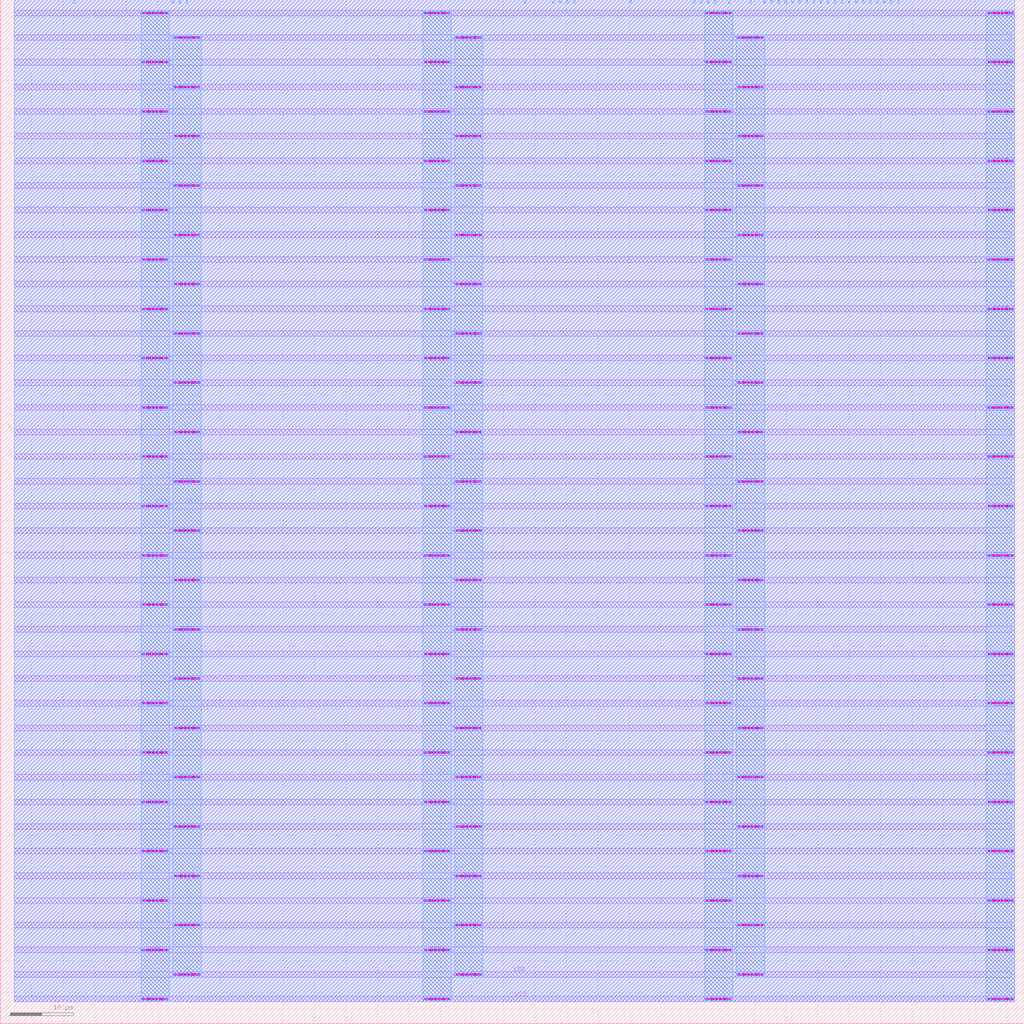
<source format=lef>
VERSION 5.8 ;
BUSBITCHARS "[]" ;
DIVIDERCHAR "/" ;
UNITS
    DATABASE MICRONS 2000 ;
END UNITS

VIA digital_pll_controller_via1_2_8960_1800_1_4_1240_1240
  VIARULE Via1_GEN_HH ;
  CUTSIZE 0.26 0.26 ;
  LAYERS Metal1 Via1 Metal2 ;
  CUTSPACING 0.36 0.36 ;
  ENCLOSURE 0.06 0.32 0.01 0.06 ;
  ROWCOL 1 4 ;
END digital_pll_controller_via1_2_8960_1800_1_4_1240_1240

VIA digital_pll_controller_via2_3_8960_560_1_8_1040_1040
  VIARULE Via2_GEN_HH ;
  CUTSIZE 0.26 0.26 ;
  LAYERS Metal2 Via2 Metal3 ;
  CUTSPACING 0.26 0.26 ;
  ENCLOSURE 0.01 0.06 0.06 0.01 ;
  ROWCOL 1 8 ;
END digital_pll_controller_via2_3_8960_560_1_8_1040_1040

VIA digital_pll_controller_via3_4_8960_560_1_8_1040_1040
  VIARULE Via3_GEN_HH ;
  CUTSIZE 0.26 0.26 ;
  LAYERS Metal3 Via3 Metal4 ;
  CUTSPACING 0.26 0.26 ;
  ENCLOSURE 0.06 0.01 0.29 0.06 ;
  ROWCOL 1 8 ;
END digital_pll_controller_via3_4_8960_560_1_8_1040_1040

MACRO digital_pll_controller
  FOREIGN digital_pll_controller 0 0 ;
  CLASS BLOCK ;
  SIZE 162.805 BY 162.805 ;
  PIN VDD
    USE POWER ;
    DIRECTION INOUT ;
    PORT
      LAYER Metal4 ;
        RECT  117.04 7.39 121.52 157.25 ;
        RECT  72.24 7.39 76.72 157.25 ;
        RECT  27.44 7.39 31.92 157.25 ;
      LAYER Metal1 ;
        RECT  2.24 156.35 160.72 157.25 ;
        RECT  2.24 148.51 160.72 149.41 ;
        RECT  2.24 140.67 160.72 141.57 ;
        RECT  2.24 132.83 160.72 133.73 ;
        RECT  2.24 124.99 160.72 125.89 ;
        RECT  2.24 117.15 160.72 118.05 ;
        RECT  2.24 109.31 160.72 110.21 ;
        RECT  2.24 101.47 160.72 102.37 ;
        RECT  2.24 93.63 160.72 94.53 ;
        RECT  2.24 85.79 160.72 86.69 ;
        RECT  2.24 77.95 160.72 78.85 ;
        RECT  2.24 70.11 160.72 71.01 ;
        RECT  2.24 62.27 160.72 63.17 ;
        RECT  2.24 54.43 160.72 55.33 ;
        RECT  2.24 46.59 160.72 47.49 ;
        RECT  2.24 38.75 160.72 39.65 ;
        RECT  2.24 30.91 160.72 31.81 ;
        RECT  2.24 23.07 160.72 23.97 ;
        RECT  2.24 15.23 160.72 16.13 ;
        RECT  2.24 7.39 160.72 8.29 ;
      VIA 119.28 156.8 digital_pll_controller_via3_4_8960_560_1_8_1040_1040 ;
      VIA 119.28 156.8 digital_pll_controller_via2_3_8960_560_1_8_1040_1040 ;
      VIA 119.28 156.8 digital_pll_controller_via1_2_8960_1800_1_4_1240_1240 ;
      VIA 119.28 148.96 digital_pll_controller_via3_4_8960_560_1_8_1040_1040 ;
      VIA 119.28 148.96 digital_pll_controller_via2_3_8960_560_1_8_1040_1040 ;
      VIA 119.28 148.96 digital_pll_controller_via1_2_8960_1800_1_4_1240_1240 ;
      VIA 119.28 141.12 digital_pll_controller_via3_4_8960_560_1_8_1040_1040 ;
      VIA 119.28 141.12 digital_pll_controller_via2_3_8960_560_1_8_1040_1040 ;
      VIA 119.28 141.12 digital_pll_controller_via1_2_8960_1800_1_4_1240_1240 ;
      VIA 119.28 133.28 digital_pll_controller_via3_4_8960_560_1_8_1040_1040 ;
      VIA 119.28 133.28 digital_pll_controller_via2_3_8960_560_1_8_1040_1040 ;
      VIA 119.28 133.28 digital_pll_controller_via1_2_8960_1800_1_4_1240_1240 ;
      VIA 119.28 125.44 digital_pll_controller_via3_4_8960_560_1_8_1040_1040 ;
      VIA 119.28 125.44 digital_pll_controller_via2_3_8960_560_1_8_1040_1040 ;
      VIA 119.28 125.44 digital_pll_controller_via1_2_8960_1800_1_4_1240_1240 ;
      VIA 119.28 117.6 digital_pll_controller_via3_4_8960_560_1_8_1040_1040 ;
      VIA 119.28 117.6 digital_pll_controller_via2_3_8960_560_1_8_1040_1040 ;
      VIA 119.28 117.6 digital_pll_controller_via1_2_8960_1800_1_4_1240_1240 ;
      VIA 119.28 109.76 digital_pll_controller_via3_4_8960_560_1_8_1040_1040 ;
      VIA 119.28 109.76 digital_pll_controller_via2_3_8960_560_1_8_1040_1040 ;
      VIA 119.28 109.76 digital_pll_controller_via1_2_8960_1800_1_4_1240_1240 ;
      VIA 119.28 101.92 digital_pll_controller_via3_4_8960_560_1_8_1040_1040 ;
      VIA 119.28 101.92 digital_pll_controller_via2_3_8960_560_1_8_1040_1040 ;
      VIA 119.28 101.92 digital_pll_controller_via1_2_8960_1800_1_4_1240_1240 ;
      VIA 119.28 94.08 digital_pll_controller_via3_4_8960_560_1_8_1040_1040 ;
      VIA 119.28 94.08 digital_pll_controller_via2_3_8960_560_1_8_1040_1040 ;
      VIA 119.28 94.08 digital_pll_controller_via1_2_8960_1800_1_4_1240_1240 ;
      VIA 119.28 86.24 digital_pll_controller_via3_4_8960_560_1_8_1040_1040 ;
      VIA 119.28 86.24 digital_pll_controller_via2_3_8960_560_1_8_1040_1040 ;
      VIA 119.28 86.24 digital_pll_controller_via1_2_8960_1800_1_4_1240_1240 ;
      VIA 119.28 78.4 digital_pll_controller_via3_4_8960_560_1_8_1040_1040 ;
      VIA 119.28 78.4 digital_pll_controller_via2_3_8960_560_1_8_1040_1040 ;
      VIA 119.28 78.4 digital_pll_controller_via1_2_8960_1800_1_4_1240_1240 ;
      VIA 119.28 70.56 digital_pll_controller_via3_4_8960_560_1_8_1040_1040 ;
      VIA 119.28 70.56 digital_pll_controller_via2_3_8960_560_1_8_1040_1040 ;
      VIA 119.28 70.56 digital_pll_controller_via1_2_8960_1800_1_4_1240_1240 ;
      VIA 119.28 62.72 digital_pll_controller_via3_4_8960_560_1_8_1040_1040 ;
      VIA 119.28 62.72 digital_pll_controller_via2_3_8960_560_1_8_1040_1040 ;
      VIA 119.28 62.72 digital_pll_controller_via1_2_8960_1800_1_4_1240_1240 ;
      VIA 119.28 54.88 digital_pll_controller_via3_4_8960_560_1_8_1040_1040 ;
      VIA 119.28 54.88 digital_pll_controller_via2_3_8960_560_1_8_1040_1040 ;
      VIA 119.28 54.88 digital_pll_controller_via1_2_8960_1800_1_4_1240_1240 ;
      VIA 119.28 47.04 digital_pll_controller_via3_4_8960_560_1_8_1040_1040 ;
      VIA 119.28 47.04 digital_pll_controller_via2_3_8960_560_1_8_1040_1040 ;
      VIA 119.28 47.04 digital_pll_controller_via1_2_8960_1800_1_4_1240_1240 ;
      VIA 119.28 39.2 digital_pll_controller_via3_4_8960_560_1_8_1040_1040 ;
      VIA 119.28 39.2 digital_pll_controller_via2_3_8960_560_1_8_1040_1040 ;
      VIA 119.28 39.2 digital_pll_controller_via1_2_8960_1800_1_4_1240_1240 ;
      VIA 119.28 31.36 digital_pll_controller_via3_4_8960_560_1_8_1040_1040 ;
      VIA 119.28 31.36 digital_pll_controller_via2_3_8960_560_1_8_1040_1040 ;
      VIA 119.28 31.36 digital_pll_controller_via1_2_8960_1800_1_4_1240_1240 ;
      VIA 119.28 23.52 digital_pll_controller_via3_4_8960_560_1_8_1040_1040 ;
      VIA 119.28 23.52 digital_pll_controller_via2_3_8960_560_1_8_1040_1040 ;
      VIA 119.28 23.52 digital_pll_controller_via1_2_8960_1800_1_4_1240_1240 ;
      VIA 119.28 15.68 digital_pll_controller_via3_4_8960_560_1_8_1040_1040 ;
      VIA 119.28 15.68 digital_pll_controller_via2_3_8960_560_1_8_1040_1040 ;
      VIA 119.28 15.68 digital_pll_controller_via1_2_8960_1800_1_4_1240_1240 ;
      VIA 119.28 7.84 digital_pll_controller_via3_4_8960_560_1_8_1040_1040 ;
      VIA 119.28 7.84 digital_pll_controller_via2_3_8960_560_1_8_1040_1040 ;
      VIA 119.28 7.84 digital_pll_controller_via1_2_8960_1800_1_4_1240_1240 ;
      VIA 74.48 156.8 digital_pll_controller_via3_4_8960_560_1_8_1040_1040 ;
      VIA 74.48 156.8 digital_pll_controller_via2_3_8960_560_1_8_1040_1040 ;
      VIA 74.48 156.8 digital_pll_controller_via1_2_8960_1800_1_4_1240_1240 ;
      VIA 74.48 148.96 digital_pll_controller_via3_4_8960_560_1_8_1040_1040 ;
      VIA 74.48 148.96 digital_pll_controller_via2_3_8960_560_1_8_1040_1040 ;
      VIA 74.48 148.96 digital_pll_controller_via1_2_8960_1800_1_4_1240_1240 ;
      VIA 74.48 141.12 digital_pll_controller_via3_4_8960_560_1_8_1040_1040 ;
      VIA 74.48 141.12 digital_pll_controller_via2_3_8960_560_1_8_1040_1040 ;
      VIA 74.48 141.12 digital_pll_controller_via1_2_8960_1800_1_4_1240_1240 ;
      VIA 74.48 133.28 digital_pll_controller_via3_4_8960_560_1_8_1040_1040 ;
      VIA 74.48 133.28 digital_pll_controller_via2_3_8960_560_1_8_1040_1040 ;
      VIA 74.48 133.28 digital_pll_controller_via1_2_8960_1800_1_4_1240_1240 ;
      VIA 74.48 125.44 digital_pll_controller_via3_4_8960_560_1_8_1040_1040 ;
      VIA 74.48 125.44 digital_pll_controller_via2_3_8960_560_1_8_1040_1040 ;
      VIA 74.48 125.44 digital_pll_controller_via1_2_8960_1800_1_4_1240_1240 ;
      VIA 74.48 117.6 digital_pll_controller_via3_4_8960_560_1_8_1040_1040 ;
      VIA 74.48 117.6 digital_pll_controller_via2_3_8960_560_1_8_1040_1040 ;
      VIA 74.48 117.6 digital_pll_controller_via1_2_8960_1800_1_4_1240_1240 ;
      VIA 74.48 109.76 digital_pll_controller_via3_4_8960_560_1_8_1040_1040 ;
      VIA 74.48 109.76 digital_pll_controller_via2_3_8960_560_1_8_1040_1040 ;
      VIA 74.48 109.76 digital_pll_controller_via1_2_8960_1800_1_4_1240_1240 ;
      VIA 74.48 101.92 digital_pll_controller_via3_4_8960_560_1_8_1040_1040 ;
      VIA 74.48 101.92 digital_pll_controller_via2_3_8960_560_1_8_1040_1040 ;
      VIA 74.48 101.92 digital_pll_controller_via1_2_8960_1800_1_4_1240_1240 ;
      VIA 74.48 94.08 digital_pll_controller_via3_4_8960_560_1_8_1040_1040 ;
      VIA 74.48 94.08 digital_pll_controller_via2_3_8960_560_1_8_1040_1040 ;
      VIA 74.48 94.08 digital_pll_controller_via1_2_8960_1800_1_4_1240_1240 ;
      VIA 74.48 86.24 digital_pll_controller_via3_4_8960_560_1_8_1040_1040 ;
      VIA 74.48 86.24 digital_pll_controller_via2_3_8960_560_1_8_1040_1040 ;
      VIA 74.48 86.24 digital_pll_controller_via1_2_8960_1800_1_4_1240_1240 ;
      VIA 74.48 78.4 digital_pll_controller_via3_4_8960_560_1_8_1040_1040 ;
      VIA 74.48 78.4 digital_pll_controller_via2_3_8960_560_1_8_1040_1040 ;
      VIA 74.48 78.4 digital_pll_controller_via1_2_8960_1800_1_4_1240_1240 ;
      VIA 74.48 70.56 digital_pll_controller_via3_4_8960_560_1_8_1040_1040 ;
      VIA 74.48 70.56 digital_pll_controller_via2_3_8960_560_1_8_1040_1040 ;
      VIA 74.48 70.56 digital_pll_controller_via1_2_8960_1800_1_4_1240_1240 ;
      VIA 74.48 62.72 digital_pll_controller_via3_4_8960_560_1_8_1040_1040 ;
      VIA 74.48 62.72 digital_pll_controller_via2_3_8960_560_1_8_1040_1040 ;
      VIA 74.48 62.72 digital_pll_controller_via1_2_8960_1800_1_4_1240_1240 ;
      VIA 74.48 54.88 digital_pll_controller_via3_4_8960_560_1_8_1040_1040 ;
      VIA 74.48 54.88 digital_pll_controller_via2_3_8960_560_1_8_1040_1040 ;
      VIA 74.48 54.88 digital_pll_controller_via1_2_8960_1800_1_4_1240_1240 ;
      VIA 74.48 47.04 digital_pll_controller_via3_4_8960_560_1_8_1040_1040 ;
      VIA 74.48 47.04 digital_pll_controller_via2_3_8960_560_1_8_1040_1040 ;
      VIA 74.48 47.04 digital_pll_controller_via1_2_8960_1800_1_4_1240_1240 ;
      VIA 74.48 39.2 digital_pll_controller_via3_4_8960_560_1_8_1040_1040 ;
      VIA 74.48 39.2 digital_pll_controller_via2_3_8960_560_1_8_1040_1040 ;
      VIA 74.48 39.2 digital_pll_controller_via1_2_8960_1800_1_4_1240_1240 ;
      VIA 74.48 31.36 digital_pll_controller_via3_4_8960_560_1_8_1040_1040 ;
      VIA 74.48 31.36 digital_pll_controller_via2_3_8960_560_1_8_1040_1040 ;
      VIA 74.48 31.36 digital_pll_controller_via1_2_8960_1800_1_4_1240_1240 ;
      VIA 74.48 23.52 digital_pll_controller_via3_4_8960_560_1_8_1040_1040 ;
      VIA 74.48 23.52 digital_pll_controller_via2_3_8960_560_1_8_1040_1040 ;
      VIA 74.48 23.52 digital_pll_controller_via1_2_8960_1800_1_4_1240_1240 ;
      VIA 74.48 15.68 digital_pll_controller_via3_4_8960_560_1_8_1040_1040 ;
      VIA 74.48 15.68 digital_pll_controller_via2_3_8960_560_1_8_1040_1040 ;
      VIA 74.48 15.68 digital_pll_controller_via1_2_8960_1800_1_4_1240_1240 ;
      VIA 74.48 7.84 digital_pll_controller_via3_4_8960_560_1_8_1040_1040 ;
      VIA 74.48 7.84 digital_pll_controller_via2_3_8960_560_1_8_1040_1040 ;
      VIA 74.48 7.84 digital_pll_controller_via1_2_8960_1800_1_4_1240_1240 ;
      VIA 29.68 156.8 digital_pll_controller_via3_4_8960_560_1_8_1040_1040 ;
      VIA 29.68 156.8 digital_pll_controller_via2_3_8960_560_1_8_1040_1040 ;
      VIA 29.68 156.8 digital_pll_controller_via1_2_8960_1800_1_4_1240_1240 ;
      VIA 29.68 148.96 digital_pll_controller_via3_4_8960_560_1_8_1040_1040 ;
      VIA 29.68 148.96 digital_pll_controller_via2_3_8960_560_1_8_1040_1040 ;
      VIA 29.68 148.96 digital_pll_controller_via1_2_8960_1800_1_4_1240_1240 ;
      VIA 29.68 141.12 digital_pll_controller_via3_4_8960_560_1_8_1040_1040 ;
      VIA 29.68 141.12 digital_pll_controller_via2_3_8960_560_1_8_1040_1040 ;
      VIA 29.68 141.12 digital_pll_controller_via1_2_8960_1800_1_4_1240_1240 ;
      VIA 29.68 133.28 digital_pll_controller_via3_4_8960_560_1_8_1040_1040 ;
      VIA 29.68 133.28 digital_pll_controller_via2_3_8960_560_1_8_1040_1040 ;
      VIA 29.68 133.28 digital_pll_controller_via1_2_8960_1800_1_4_1240_1240 ;
      VIA 29.68 125.44 digital_pll_controller_via3_4_8960_560_1_8_1040_1040 ;
      VIA 29.68 125.44 digital_pll_controller_via2_3_8960_560_1_8_1040_1040 ;
      VIA 29.68 125.44 digital_pll_controller_via1_2_8960_1800_1_4_1240_1240 ;
      VIA 29.68 117.6 digital_pll_controller_via3_4_8960_560_1_8_1040_1040 ;
      VIA 29.68 117.6 digital_pll_controller_via2_3_8960_560_1_8_1040_1040 ;
      VIA 29.68 117.6 digital_pll_controller_via1_2_8960_1800_1_4_1240_1240 ;
      VIA 29.68 109.76 digital_pll_controller_via3_4_8960_560_1_8_1040_1040 ;
      VIA 29.68 109.76 digital_pll_controller_via2_3_8960_560_1_8_1040_1040 ;
      VIA 29.68 109.76 digital_pll_controller_via1_2_8960_1800_1_4_1240_1240 ;
      VIA 29.68 101.92 digital_pll_controller_via3_4_8960_560_1_8_1040_1040 ;
      VIA 29.68 101.92 digital_pll_controller_via2_3_8960_560_1_8_1040_1040 ;
      VIA 29.68 101.92 digital_pll_controller_via1_2_8960_1800_1_4_1240_1240 ;
      VIA 29.68 94.08 digital_pll_controller_via3_4_8960_560_1_8_1040_1040 ;
      VIA 29.68 94.08 digital_pll_controller_via2_3_8960_560_1_8_1040_1040 ;
      VIA 29.68 94.08 digital_pll_controller_via1_2_8960_1800_1_4_1240_1240 ;
      VIA 29.68 86.24 digital_pll_controller_via3_4_8960_560_1_8_1040_1040 ;
      VIA 29.68 86.24 digital_pll_controller_via2_3_8960_560_1_8_1040_1040 ;
      VIA 29.68 86.24 digital_pll_controller_via1_2_8960_1800_1_4_1240_1240 ;
      VIA 29.68 78.4 digital_pll_controller_via3_4_8960_560_1_8_1040_1040 ;
      VIA 29.68 78.4 digital_pll_controller_via2_3_8960_560_1_8_1040_1040 ;
      VIA 29.68 78.4 digital_pll_controller_via1_2_8960_1800_1_4_1240_1240 ;
      VIA 29.68 70.56 digital_pll_controller_via3_4_8960_560_1_8_1040_1040 ;
      VIA 29.68 70.56 digital_pll_controller_via2_3_8960_560_1_8_1040_1040 ;
      VIA 29.68 70.56 digital_pll_controller_via1_2_8960_1800_1_4_1240_1240 ;
      VIA 29.68 62.72 digital_pll_controller_via3_4_8960_560_1_8_1040_1040 ;
      VIA 29.68 62.72 digital_pll_controller_via2_3_8960_560_1_8_1040_1040 ;
      VIA 29.68 62.72 digital_pll_controller_via1_2_8960_1800_1_4_1240_1240 ;
      VIA 29.68 54.88 digital_pll_controller_via3_4_8960_560_1_8_1040_1040 ;
      VIA 29.68 54.88 digital_pll_controller_via2_3_8960_560_1_8_1040_1040 ;
      VIA 29.68 54.88 digital_pll_controller_via1_2_8960_1800_1_4_1240_1240 ;
      VIA 29.68 47.04 digital_pll_controller_via3_4_8960_560_1_8_1040_1040 ;
      VIA 29.68 47.04 digital_pll_controller_via2_3_8960_560_1_8_1040_1040 ;
      VIA 29.68 47.04 digital_pll_controller_via1_2_8960_1800_1_4_1240_1240 ;
      VIA 29.68 39.2 digital_pll_controller_via3_4_8960_560_1_8_1040_1040 ;
      VIA 29.68 39.2 digital_pll_controller_via2_3_8960_560_1_8_1040_1040 ;
      VIA 29.68 39.2 digital_pll_controller_via1_2_8960_1800_1_4_1240_1240 ;
      VIA 29.68 31.36 digital_pll_controller_via3_4_8960_560_1_8_1040_1040 ;
      VIA 29.68 31.36 digital_pll_controller_via2_3_8960_560_1_8_1040_1040 ;
      VIA 29.68 31.36 digital_pll_controller_via1_2_8960_1800_1_4_1240_1240 ;
      VIA 29.68 23.52 digital_pll_controller_via3_4_8960_560_1_8_1040_1040 ;
      VIA 29.68 23.52 digital_pll_controller_via2_3_8960_560_1_8_1040_1040 ;
      VIA 29.68 23.52 digital_pll_controller_via1_2_8960_1800_1_4_1240_1240 ;
      VIA 29.68 15.68 digital_pll_controller_via3_4_8960_560_1_8_1040_1040 ;
      VIA 29.68 15.68 digital_pll_controller_via2_3_8960_560_1_8_1040_1040 ;
      VIA 29.68 15.68 digital_pll_controller_via1_2_8960_1800_1_4_1240_1240 ;
      VIA 29.68 7.84 digital_pll_controller_via3_4_8960_560_1_8_1040_1040 ;
      VIA 29.68 7.84 digital_pll_controller_via2_3_8960_560_1_8_1040_1040 ;
      VIA 29.68 7.84 digital_pll_controller_via1_2_8960_1800_1_4_1240_1240 ;
    END
  END VDD
  PIN VSS
    USE GROUND ;
    DIRECTION INOUT ;
    PORT
      LAYER Metal4 ;
        RECT  156.8 3.47 161.28 161.17 ;
        RECT  112 3.47 116.48 161.17 ;
        RECT  67.2 3.47 71.68 161.17 ;
        RECT  22.4 3.47 26.88 161.17 ;
      LAYER Metal1 ;
        RECT  2.24 160.27 161.28 161.17 ;
        RECT  2.24 152.43 161.28 153.33 ;
        RECT  2.24 144.59 161.28 145.49 ;
        RECT  2.24 136.75 161.28 137.65 ;
        RECT  2.24 128.91 161.28 129.81 ;
        RECT  2.24 121.07 161.28 121.97 ;
        RECT  2.24 113.23 161.28 114.13 ;
        RECT  2.24 105.39 161.28 106.29 ;
        RECT  2.24 97.55 161.28 98.45 ;
        RECT  2.24 89.71 161.28 90.61 ;
        RECT  2.24 81.87 161.28 82.77 ;
        RECT  2.24 74.03 161.28 74.93 ;
        RECT  2.24 66.19 161.28 67.09 ;
        RECT  2.24 58.35 161.28 59.25 ;
        RECT  2.24 50.51 161.28 51.41 ;
        RECT  2.24 42.67 161.28 43.57 ;
        RECT  2.24 34.83 161.28 35.73 ;
        RECT  2.24 26.99 161.28 27.89 ;
        RECT  2.24 19.15 161.28 20.05 ;
        RECT  2.24 11.31 161.28 12.21 ;
        RECT  2.24 3.47 161.28 4.37 ;
      VIA 159.04 160.72 digital_pll_controller_via3_4_8960_560_1_8_1040_1040 ;
      VIA 159.04 160.72 digital_pll_controller_via2_3_8960_560_1_8_1040_1040 ;
      VIA 159.04 160.72 digital_pll_controller_via1_2_8960_1800_1_4_1240_1240 ;
      VIA 159.04 152.88 digital_pll_controller_via3_4_8960_560_1_8_1040_1040 ;
      VIA 159.04 152.88 digital_pll_controller_via2_3_8960_560_1_8_1040_1040 ;
      VIA 159.04 152.88 digital_pll_controller_via1_2_8960_1800_1_4_1240_1240 ;
      VIA 159.04 145.04 digital_pll_controller_via3_4_8960_560_1_8_1040_1040 ;
      VIA 159.04 145.04 digital_pll_controller_via2_3_8960_560_1_8_1040_1040 ;
      VIA 159.04 145.04 digital_pll_controller_via1_2_8960_1800_1_4_1240_1240 ;
      VIA 159.04 137.2 digital_pll_controller_via3_4_8960_560_1_8_1040_1040 ;
      VIA 159.04 137.2 digital_pll_controller_via2_3_8960_560_1_8_1040_1040 ;
      VIA 159.04 137.2 digital_pll_controller_via1_2_8960_1800_1_4_1240_1240 ;
      VIA 159.04 129.36 digital_pll_controller_via3_4_8960_560_1_8_1040_1040 ;
      VIA 159.04 129.36 digital_pll_controller_via2_3_8960_560_1_8_1040_1040 ;
      VIA 159.04 129.36 digital_pll_controller_via1_2_8960_1800_1_4_1240_1240 ;
      VIA 159.04 121.52 digital_pll_controller_via3_4_8960_560_1_8_1040_1040 ;
      VIA 159.04 121.52 digital_pll_controller_via2_3_8960_560_1_8_1040_1040 ;
      VIA 159.04 121.52 digital_pll_controller_via1_2_8960_1800_1_4_1240_1240 ;
      VIA 159.04 113.68 digital_pll_controller_via3_4_8960_560_1_8_1040_1040 ;
      VIA 159.04 113.68 digital_pll_controller_via2_3_8960_560_1_8_1040_1040 ;
      VIA 159.04 113.68 digital_pll_controller_via1_2_8960_1800_1_4_1240_1240 ;
      VIA 159.04 105.84 digital_pll_controller_via3_4_8960_560_1_8_1040_1040 ;
      VIA 159.04 105.84 digital_pll_controller_via2_3_8960_560_1_8_1040_1040 ;
      VIA 159.04 105.84 digital_pll_controller_via1_2_8960_1800_1_4_1240_1240 ;
      VIA 159.04 98 digital_pll_controller_via3_4_8960_560_1_8_1040_1040 ;
      VIA 159.04 98 digital_pll_controller_via2_3_8960_560_1_8_1040_1040 ;
      VIA 159.04 98 digital_pll_controller_via1_2_8960_1800_1_4_1240_1240 ;
      VIA 159.04 90.16 digital_pll_controller_via3_4_8960_560_1_8_1040_1040 ;
      VIA 159.04 90.16 digital_pll_controller_via2_3_8960_560_1_8_1040_1040 ;
      VIA 159.04 90.16 digital_pll_controller_via1_2_8960_1800_1_4_1240_1240 ;
      VIA 159.04 82.32 digital_pll_controller_via3_4_8960_560_1_8_1040_1040 ;
      VIA 159.04 82.32 digital_pll_controller_via2_3_8960_560_1_8_1040_1040 ;
      VIA 159.04 82.32 digital_pll_controller_via1_2_8960_1800_1_4_1240_1240 ;
      VIA 159.04 74.48 digital_pll_controller_via3_4_8960_560_1_8_1040_1040 ;
      VIA 159.04 74.48 digital_pll_controller_via2_3_8960_560_1_8_1040_1040 ;
      VIA 159.04 74.48 digital_pll_controller_via1_2_8960_1800_1_4_1240_1240 ;
      VIA 159.04 66.64 digital_pll_controller_via3_4_8960_560_1_8_1040_1040 ;
      VIA 159.04 66.64 digital_pll_controller_via2_3_8960_560_1_8_1040_1040 ;
      VIA 159.04 66.64 digital_pll_controller_via1_2_8960_1800_1_4_1240_1240 ;
      VIA 159.04 58.8 digital_pll_controller_via3_4_8960_560_1_8_1040_1040 ;
      VIA 159.04 58.8 digital_pll_controller_via2_3_8960_560_1_8_1040_1040 ;
      VIA 159.04 58.8 digital_pll_controller_via1_2_8960_1800_1_4_1240_1240 ;
      VIA 159.04 50.96 digital_pll_controller_via3_4_8960_560_1_8_1040_1040 ;
      VIA 159.04 50.96 digital_pll_controller_via2_3_8960_560_1_8_1040_1040 ;
      VIA 159.04 50.96 digital_pll_controller_via1_2_8960_1800_1_4_1240_1240 ;
      VIA 159.04 43.12 digital_pll_controller_via3_4_8960_560_1_8_1040_1040 ;
      VIA 159.04 43.12 digital_pll_controller_via2_3_8960_560_1_8_1040_1040 ;
      VIA 159.04 43.12 digital_pll_controller_via1_2_8960_1800_1_4_1240_1240 ;
      VIA 159.04 35.28 digital_pll_controller_via3_4_8960_560_1_8_1040_1040 ;
      VIA 159.04 35.28 digital_pll_controller_via2_3_8960_560_1_8_1040_1040 ;
      VIA 159.04 35.28 digital_pll_controller_via1_2_8960_1800_1_4_1240_1240 ;
      VIA 159.04 27.44 digital_pll_controller_via3_4_8960_560_1_8_1040_1040 ;
      VIA 159.04 27.44 digital_pll_controller_via2_3_8960_560_1_8_1040_1040 ;
      VIA 159.04 27.44 digital_pll_controller_via1_2_8960_1800_1_4_1240_1240 ;
      VIA 159.04 19.6 digital_pll_controller_via3_4_8960_560_1_8_1040_1040 ;
      VIA 159.04 19.6 digital_pll_controller_via2_3_8960_560_1_8_1040_1040 ;
      VIA 159.04 19.6 digital_pll_controller_via1_2_8960_1800_1_4_1240_1240 ;
      VIA 159.04 11.76 digital_pll_controller_via3_4_8960_560_1_8_1040_1040 ;
      VIA 159.04 11.76 digital_pll_controller_via2_3_8960_560_1_8_1040_1040 ;
      VIA 159.04 11.76 digital_pll_controller_via1_2_8960_1800_1_4_1240_1240 ;
      VIA 159.04 3.92 digital_pll_controller_via3_4_8960_560_1_8_1040_1040 ;
      VIA 159.04 3.92 digital_pll_controller_via2_3_8960_560_1_8_1040_1040 ;
      VIA 159.04 3.92 digital_pll_controller_via1_2_8960_1800_1_4_1240_1240 ;
      VIA 114.24 160.72 digital_pll_controller_via3_4_8960_560_1_8_1040_1040 ;
      VIA 114.24 160.72 digital_pll_controller_via2_3_8960_560_1_8_1040_1040 ;
      VIA 114.24 160.72 digital_pll_controller_via1_2_8960_1800_1_4_1240_1240 ;
      VIA 114.24 152.88 digital_pll_controller_via3_4_8960_560_1_8_1040_1040 ;
      VIA 114.24 152.88 digital_pll_controller_via2_3_8960_560_1_8_1040_1040 ;
      VIA 114.24 152.88 digital_pll_controller_via1_2_8960_1800_1_4_1240_1240 ;
      VIA 114.24 145.04 digital_pll_controller_via3_4_8960_560_1_8_1040_1040 ;
      VIA 114.24 145.04 digital_pll_controller_via2_3_8960_560_1_8_1040_1040 ;
      VIA 114.24 145.04 digital_pll_controller_via1_2_8960_1800_1_4_1240_1240 ;
      VIA 114.24 137.2 digital_pll_controller_via3_4_8960_560_1_8_1040_1040 ;
      VIA 114.24 137.2 digital_pll_controller_via2_3_8960_560_1_8_1040_1040 ;
      VIA 114.24 137.2 digital_pll_controller_via1_2_8960_1800_1_4_1240_1240 ;
      VIA 114.24 129.36 digital_pll_controller_via3_4_8960_560_1_8_1040_1040 ;
      VIA 114.24 129.36 digital_pll_controller_via2_3_8960_560_1_8_1040_1040 ;
      VIA 114.24 129.36 digital_pll_controller_via1_2_8960_1800_1_4_1240_1240 ;
      VIA 114.24 121.52 digital_pll_controller_via3_4_8960_560_1_8_1040_1040 ;
      VIA 114.24 121.52 digital_pll_controller_via2_3_8960_560_1_8_1040_1040 ;
      VIA 114.24 121.52 digital_pll_controller_via1_2_8960_1800_1_4_1240_1240 ;
      VIA 114.24 113.68 digital_pll_controller_via3_4_8960_560_1_8_1040_1040 ;
      VIA 114.24 113.68 digital_pll_controller_via2_3_8960_560_1_8_1040_1040 ;
      VIA 114.24 113.68 digital_pll_controller_via1_2_8960_1800_1_4_1240_1240 ;
      VIA 114.24 105.84 digital_pll_controller_via3_4_8960_560_1_8_1040_1040 ;
      VIA 114.24 105.84 digital_pll_controller_via2_3_8960_560_1_8_1040_1040 ;
      VIA 114.24 105.84 digital_pll_controller_via1_2_8960_1800_1_4_1240_1240 ;
      VIA 114.24 98 digital_pll_controller_via3_4_8960_560_1_8_1040_1040 ;
      VIA 114.24 98 digital_pll_controller_via2_3_8960_560_1_8_1040_1040 ;
      VIA 114.24 98 digital_pll_controller_via1_2_8960_1800_1_4_1240_1240 ;
      VIA 114.24 90.16 digital_pll_controller_via3_4_8960_560_1_8_1040_1040 ;
      VIA 114.24 90.16 digital_pll_controller_via2_3_8960_560_1_8_1040_1040 ;
      VIA 114.24 90.16 digital_pll_controller_via1_2_8960_1800_1_4_1240_1240 ;
      VIA 114.24 82.32 digital_pll_controller_via3_4_8960_560_1_8_1040_1040 ;
      VIA 114.24 82.32 digital_pll_controller_via2_3_8960_560_1_8_1040_1040 ;
      VIA 114.24 82.32 digital_pll_controller_via1_2_8960_1800_1_4_1240_1240 ;
      VIA 114.24 74.48 digital_pll_controller_via3_4_8960_560_1_8_1040_1040 ;
      VIA 114.24 74.48 digital_pll_controller_via2_3_8960_560_1_8_1040_1040 ;
      VIA 114.24 74.48 digital_pll_controller_via1_2_8960_1800_1_4_1240_1240 ;
      VIA 114.24 66.64 digital_pll_controller_via3_4_8960_560_1_8_1040_1040 ;
      VIA 114.24 66.64 digital_pll_controller_via2_3_8960_560_1_8_1040_1040 ;
      VIA 114.24 66.64 digital_pll_controller_via1_2_8960_1800_1_4_1240_1240 ;
      VIA 114.24 58.8 digital_pll_controller_via3_4_8960_560_1_8_1040_1040 ;
      VIA 114.24 58.8 digital_pll_controller_via2_3_8960_560_1_8_1040_1040 ;
      VIA 114.24 58.8 digital_pll_controller_via1_2_8960_1800_1_4_1240_1240 ;
      VIA 114.24 50.96 digital_pll_controller_via3_4_8960_560_1_8_1040_1040 ;
      VIA 114.24 50.96 digital_pll_controller_via2_3_8960_560_1_8_1040_1040 ;
      VIA 114.24 50.96 digital_pll_controller_via1_2_8960_1800_1_4_1240_1240 ;
      VIA 114.24 43.12 digital_pll_controller_via3_4_8960_560_1_8_1040_1040 ;
      VIA 114.24 43.12 digital_pll_controller_via2_3_8960_560_1_8_1040_1040 ;
      VIA 114.24 43.12 digital_pll_controller_via1_2_8960_1800_1_4_1240_1240 ;
      VIA 114.24 35.28 digital_pll_controller_via3_4_8960_560_1_8_1040_1040 ;
      VIA 114.24 35.28 digital_pll_controller_via2_3_8960_560_1_8_1040_1040 ;
      VIA 114.24 35.28 digital_pll_controller_via1_2_8960_1800_1_4_1240_1240 ;
      VIA 114.24 27.44 digital_pll_controller_via3_4_8960_560_1_8_1040_1040 ;
      VIA 114.24 27.44 digital_pll_controller_via2_3_8960_560_1_8_1040_1040 ;
      VIA 114.24 27.44 digital_pll_controller_via1_2_8960_1800_1_4_1240_1240 ;
      VIA 114.24 19.6 digital_pll_controller_via3_4_8960_560_1_8_1040_1040 ;
      VIA 114.24 19.6 digital_pll_controller_via2_3_8960_560_1_8_1040_1040 ;
      VIA 114.24 19.6 digital_pll_controller_via1_2_8960_1800_1_4_1240_1240 ;
      VIA 114.24 11.76 digital_pll_controller_via3_4_8960_560_1_8_1040_1040 ;
      VIA 114.24 11.76 digital_pll_controller_via2_3_8960_560_1_8_1040_1040 ;
      VIA 114.24 11.76 digital_pll_controller_via1_2_8960_1800_1_4_1240_1240 ;
      VIA 114.24 3.92 digital_pll_controller_via3_4_8960_560_1_8_1040_1040 ;
      VIA 114.24 3.92 digital_pll_controller_via2_3_8960_560_1_8_1040_1040 ;
      VIA 114.24 3.92 digital_pll_controller_via1_2_8960_1800_1_4_1240_1240 ;
      VIA 69.44 160.72 digital_pll_controller_via3_4_8960_560_1_8_1040_1040 ;
      VIA 69.44 160.72 digital_pll_controller_via2_3_8960_560_1_8_1040_1040 ;
      VIA 69.44 160.72 digital_pll_controller_via1_2_8960_1800_1_4_1240_1240 ;
      VIA 69.44 152.88 digital_pll_controller_via3_4_8960_560_1_8_1040_1040 ;
      VIA 69.44 152.88 digital_pll_controller_via2_3_8960_560_1_8_1040_1040 ;
      VIA 69.44 152.88 digital_pll_controller_via1_2_8960_1800_1_4_1240_1240 ;
      VIA 69.44 145.04 digital_pll_controller_via3_4_8960_560_1_8_1040_1040 ;
      VIA 69.44 145.04 digital_pll_controller_via2_3_8960_560_1_8_1040_1040 ;
      VIA 69.44 145.04 digital_pll_controller_via1_2_8960_1800_1_4_1240_1240 ;
      VIA 69.44 137.2 digital_pll_controller_via3_4_8960_560_1_8_1040_1040 ;
      VIA 69.44 137.2 digital_pll_controller_via2_3_8960_560_1_8_1040_1040 ;
      VIA 69.44 137.2 digital_pll_controller_via1_2_8960_1800_1_4_1240_1240 ;
      VIA 69.44 129.36 digital_pll_controller_via3_4_8960_560_1_8_1040_1040 ;
      VIA 69.44 129.36 digital_pll_controller_via2_3_8960_560_1_8_1040_1040 ;
      VIA 69.44 129.36 digital_pll_controller_via1_2_8960_1800_1_4_1240_1240 ;
      VIA 69.44 121.52 digital_pll_controller_via3_4_8960_560_1_8_1040_1040 ;
      VIA 69.44 121.52 digital_pll_controller_via2_3_8960_560_1_8_1040_1040 ;
      VIA 69.44 121.52 digital_pll_controller_via1_2_8960_1800_1_4_1240_1240 ;
      VIA 69.44 113.68 digital_pll_controller_via3_4_8960_560_1_8_1040_1040 ;
      VIA 69.44 113.68 digital_pll_controller_via2_3_8960_560_1_8_1040_1040 ;
      VIA 69.44 113.68 digital_pll_controller_via1_2_8960_1800_1_4_1240_1240 ;
      VIA 69.44 105.84 digital_pll_controller_via3_4_8960_560_1_8_1040_1040 ;
      VIA 69.44 105.84 digital_pll_controller_via2_3_8960_560_1_8_1040_1040 ;
      VIA 69.44 105.84 digital_pll_controller_via1_2_8960_1800_1_4_1240_1240 ;
      VIA 69.44 98 digital_pll_controller_via3_4_8960_560_1_8_1040_1040 ;
      VIA 69.44 98 digital_pll_controller_via2_3_8960_560_1_8_1040_1040 ;
      VIA 69.44 98 digital_pll_controller_via1_2_8960_1800_1_4_1240_1240 ;
      VIA 69.44 90.16 digital_pll_controller_via3_4_8960_560_1_8_1040_1040 ;
      VIA 69.44 90.16 digital_pll_controller_via2_3_8960_560_1_8_1040_1040 ;
      VIA 69.44 90.16 digital_pll_controller_via1_2_8960_1800_1_4_1240_1240 ;
      VIA 69.44 82.32 digital_pll_controller_via3_4_8960_560_1_8_1040_1040 ;
      VIA 69.44 82.32 digital_pll_controller_via2_3_8960_560_1_8_1040_1040 ;
      VIA 69.44 82.32 digital_pll_controller_via1_2_8960_1800_1_4_1240_1240 ;
      VIA 69.44 74.48 digital_pll_controller_via3_4_8960_560_1_8_1040_1040 ;
      VIA 69.44 74.48 digital_pll_controller_via2_3_8960_560_1_8_1040_1040 ;
      VIA 69.44 74.48 digital_pll_controller_via1_2_8960_1800_1_4_1240_1240 ;
      VIA 69.44 66.64 digital_pll_controller_via3_4_8960_560_1_8_1040_1040 ;
      VIA 69.44 66.64 digital_pll_controller_via2_3_8960_560_1_8_1040_1040 ;
      VIA 69.44 66.64 digital_pll_controller_via1_2_8960_1800_1_4_1240_1240 ;
      VIA 69.44 58.8 digital_pll_controller_via3_4_8960_560_1_8_1040_1040 ;
      VIA 69.44 58.8 digital_pll_controller_via2_3_8960_560_1_8_1040_1040 ;
      VIA 69.44 58.8 digital_pll_controller_via1_2_8960_1800_1_4_1240_1240 ;
      VIA 69.44 50.96 digital_pll_controller_via3_4_8960_560_1_8_1040_1040 ;
      VIA 69.44 50.96 digital_pll_controller_via2_3_8960_560_1_8_1040_1040 ;
      VIA 69.44 50.96 digital_pll_controller_via1_2_8960_1800_1_4_1240_1240 ;
      VIA 69.44 43.12 digital_pll_controller_via3_4_8960_560_1_8_1040_1040 ;
      VIA 69.44 43.12 digital_pll_controller_via2_3_8960_560_1_8_1040_1040 ;
      VIA 69.44 43.12 digital_pll_controller_via1_2_8960_1800_1_4_1240_1240 ;
      VIA 69.44 35.28 digital_pll_controller_via3_4_8960_560_1_8_1040_1040 ;
      VIA 69.44 35.28 digital_pll_controller_via2_3_8960_560_1_8_1040_1040 ;
      VIA 69.44 35.28 digital_pll_controller_via1_2_8960_1800_1_4_1240_1240 ;
      VIA 69.44 27.44 digital_pll_controller_via3_4_8960_560_1_8_1040_1040 ;
      VIA 69.44 27.44 digital_pll_controller_via2_3_8960_560_1_8_1040_1040 ;
      VIA 69.44 27.44 digital_pll_controller_via1_2_8960_1800_1_4_1240_1240 ;
      VIA 69.44 19.6 digital_pll_controller_via3_4_8960_560_1_8_1040_1040 ;
      VIA 69.44 19.6 digital_pll_controller_via2_3_8960_560_1_8_1040_1040 ;
      VIA 69.44 19.6 digital_pll_controller_via1_2_8960_1800_1_4_1240_1240 ;
      VIA 69.44 11.76 digital_pll_controller_via3_4_8960_560_1_8_1040_1040 ;
      VIA 69.44 11.76 digital_pll_controller_via2_3_8960_560_1_8_1040_1040 ;
      VIA 69.44 11.76 digital_pll_controller_via1_2_8960_1800_1_4_1240_1240 ;
      VIA 69.44 3.92 digital_pll_controller_via3_4_8960_560_1_8_1040_1040 ;
      VIA 69.44 3.92 digital_pll_controller_via2_3_8960_560_1_8_1040_1040 ;
      VIA 69.44 3.92 digital_pll_controller_via1_2_8960_1800_1_4_1240_1240 ;
      VIA 24.64 160.72 digital_pll_controller_via3_4_8960_560_1_8_1040_1040 ;
      VIA 24.64 160.72 digital_pll_controller_via2_3_8960_560_1_8_1040_1040 ;
      VIA 24.64 160.72 digital_pll_controller_via1_2_8960_1800_1_4_1240_1240 ;
      VIA 24.64 152.88 digital_pll_controller_via3_4_8960_560_1_8_1040_1040 ;
      VIA 24.64 152.88 digital_pll_controller_via2_3_8960_560_1_8_1040_1040 ;
      VIA 24.64 152.88 digital_pll_controller_via1_2_8960_1800_1_4_1240_1240 ;
      VIA 24.64 145.04 digital_pll_controller_via3_4_8960_560_1_8_1040_1040 ;
      VIA 24.64 145.04 digital_pll_controller_via2_3_8960_560_1_8_1040_1040 ;
      VIA 24.64 145.04 digital_pll_controller_via1_2_8960_1800_1_4_1240_1240 ;
      VIA 24.64 137.2 digital_pll_controller_via3_4_8960_560_1_8_1040_1040 ;
      VIA 24.64 137.2 digital_pll_controller_via2_3_8960_560_1_8_1040_1040 ;
      VIA 24.64 137.2 digital_pll_controller_via1_2_8960_1800_1_4_1240_1240 ;
      VIA 24.64 129.36 digital_pll_controller_via3_4_8960_560_1_8_1040_1040 ;
      VIA 24.64 129.36 digital_pll_controller_via2_3_8960_560_1_8_1040_1040 ;
      VIA 24.64 129.36 digital_pll_controller_via1_2_8960_1800_1_4_1240_1240 ;
      VIA 24.64 121.52 digital_pll_controller_via3_4_8960_560_1_8_1040_1040 ;
      VIA 24.64 121.52 digital_pll_controller_via2_3_8960_560_1_8_1040_1040 ;
      VIA 24.64 121.52 digital_pll_controller_via1_2_8960_1800_1_4_1240_1240 ;
      VIA 24.64 113.68 digital_pll_controller_via3_4_8960_560_1_8_1040_1040 ;
      VIA 24.64 113.68 digital_pll_controller_via2_3_8960_560_1_8_1040_1040 ;
      VIA 24.64 113.68 digital_pll_controller_via1_2_8960_1800_1_4_1240_1240 ;
      VIA 24.64 105.84 digital_pll_controller_via3_4_8960_560_1_8_1040_1040 ;
      VIA 24.64 105.84 digital_pll_controller_via2_3_8960_560_1_8_1040_1040 ;
      VIA 24.64 105.84 digital_pll_controller_via1_2_8960_1800_1_4_1240_1240 ;
      VIA 24.64 98 digital_pll_controller_via3_4_8960_560_1_8_1040_1040 ;
      VIA 24.64 98 digital_pll_controller_via2_3_8960_560_1_8_1040_1040 ;
      VIA 24.64 98 digital_pll_controller_via1_2_8960_1800_1_4_1240_1240 ;
      VIA 24.64 90.16 digital_pll_controller_via3_4_8960_560_1_8_1040_1040 ;
      VIA 24.64 90.16 digital_pll_controller_via2_3_8960_560_1_8_1040_1040 ;
      VIA 24.64 90.16 digital_pll_controller_via1_2_8960_1800_1_4_1240_1240 ;
      VIA 24.64 82.32 digital_pll_controller_via3_4_8960_560_1_8_1040_1040 ;
      VIA 24.64 82.32 digital_pll_controller_via2_3_8960_560_1_8_1040_1040 ;
      VIA 24.64 82.32 digital_pll_controller_via1_2_8960_1800_1_4_1240_1240 ;
      VIA 24.64 74.48 digital_pll_controller_via3_4_8960_560_1_8_1040_1040 ;
      VIA 24.64 74.48 digital_pll_controller_via2_3_8960_560_1_8_1040_1040 ;
      VIA 24.64 74.48 digital_pll_controller_via1_2_8960_1800_1_4_1240_1240 ;
      VIA 24.64 66.64 digital_pll_controller_via3_4_8960_560_1_8_1040_1040 ;
      VIA 24.64 66.64 digital_pll_controller_via2_3_8960_560_1_8_1040_1040 ;
      VIA 24.64 66.64 digital_pll_controller_via1_2_8960_1800_1_4_1240_1240 ;
      VIA 24.64 58.8 digital_pll_controller_via3_4_8960_560_1_8_1040_1040 ;
      VIA 24.64 58.8 digital_pll_controller_via2_3_8960_560_1_8_1040_1040 ;
      VIA 24.64 58.8 digital_pll_controller_via1_2_8960_1800_1_4_1240_1240 ;
      VIA 24.64 50.96 digital_pll_controller_via3_4_8960_560_1_8_1040_1040 ;
      VIA 24.64 50.96 digital_pll_controller_via2_3_8960_560_1_8_1040_1040 ;
      VIA 24.64 50.96 digital_pll_controller_via1_2_8960_1800_1_4_1240_1240 ;
      VIA 24.64 43.12 digital_pll_controller_via3_4_8960_560_1_8_1040_1040 ;
      VIA 24.64 43.12 digital_pll_controller_via2_3_8960_560_1_8_1040_1040 ;
      VIA 24.64 43.12 digital_pll_controller_via1_2_8960_1800_1_4_1240_1240 ;
      VIA 24.64 35.28 digital_pll_controller_via3_4_8960_560_1_8_1040_1040 ;
      VIA 24.64 35.28 digital_pll_controller_via2_3_8960_560_1_8_1040_1040 ;
      VIA 24.64 35.28 digital_pll_controller_via1_2_8960_1800_1_4_1240_1240 ;
      VIA 24.64 27.44 digital_pll_controller_via3_4_8960_560_1_8_1040_1040 ;
      VIA 24.64 27.44 digital_pll_controller_via2_3_8960_560_1_8_1040_1040 ;
      VIA 24.64 27.44 digital_pll_controller_via1_2_8960_1800_1_4_1240_1240 ;
      VIA 24.64 19.6 digital_pll_controller_via3_4_8960_560_1_8_1040_1040 ;
      VIA 24.64 19.6 digital_pll_controller_via2_3_8960_560_1_8_1040_1040 ;
      VIA 24.64 19.6 digital_pll_controller_via1_2_8960_1800_1_4_1240_1240 ;
      VIA 24.64 11.76 digital_pll_controller_via3_4_8960_560_1_8_1040_1040 ;
      VIA 24.64 11.76 digital_pll_controller_via2_3_8960_560_1_8_1040_1040 ;
      VIA 24.64 11.76 digital_pll_controller_via1_2_8960_1800_1_4_1240_1240 ;
      VIA 24.64 3.92 digital_pll_controller_via3_4_8960_560_1_8_1040_1040 ;
      VIA 24.64 3.92 digital_pll_controller_via2_3_8960_560_1_8_1040_1040 ;
      VIA 24.64 3.92 digital_pll_controller_via1_2_8960_1800_1_4_1240_1240 ;
    END
  END VSS
  PIN clock
    DIRECTION INPUT ;
    USE SIGNAL ;
    PORT
      LAYER Metal4 ;
        RECT  100.1 162.285 100.38 162.805 ;
    END
  END clock
  PIN dco
    DIRECTION INPUT ;
    USE SIGNAL ;
    PORT
      LAYER Metal4 ;
        RECT  29.54 162.285 29.82 162.805 ;
    END
  END dco
  PIN div[0]
    DIRECTION INPUT ;
    USE SIGNAL ;
    PORT
      LAYER Metal4 ;
        RECT  87.78 162.285 88.06 162.805 ;
    END
  END div[0]
  PIN div[1]
    DIRECTION INPUT ;
    USE SIGNAL ;
    PORT
      LAYER Metal4 ;
        RECT  83.3 162.285 83.58 162.805 ;
    END
  END div[1]
  PIN div[2]
    DIRECTION INPUT ;
    USE SIGNAL ;
    PORT
      LAYER Metal4 ;
        RECT  90.02 162.285 90.3 162.805 ;
    END
  END div[2]
  PIN div[3]
    DIRECTION INPUT ;
    USE SIGNAL ;
    PORT
      LAYER Metal4 ;
        RECT  88.9 162.285 89.18 162.805 ;
    END
  END div[3]
  PIN div[4]
    DIRECTION INPUT ;
    USE SIGNAL ;
    PORT
      LAYER Metal4 ;
        RECT  91.14 162.285 91.42 162.805 ;
    END
  END div[4]
  PIN enable
    DIRECTION INPUT ;
    USE SIGNAL ;
    PORT
      LAYER Metal4 ;
        RECT  27.3 162.285 27.58 162.805 ;
    END
  END enable
  PIN osc
    DIRECTION INPUT ;
    USE SIGNAL ;
    PORT
      LAYER Metal4 ;
        RECT  11.62 162.285 11.9 162.805 ;
    END
  END osc
  PIN reset
    DIRECTION INPUT ;
    USE SIGNAL ;
    PORT
      LAYER Metal4 ;
        RECT  28.42 162.285 28.7 162.805 ;
    END
  END reset
  PIN trim[0]
    DIRECTION OUTPUT ;
    USE SIGNAL ;
    PORT
      LAYER Metal4 ;
        RECT  119.14 162.285 119.42 162.805 ;
    END
  END trim[0]
  PIN trim[10]
    DIRECTION OUTPUT ;
    USE SIGNAL ;
    PORT
      LAYER Metal4 ;
        RECT  124.74 162.285 125.02 162.805 ;
    END
  END trim[10]
  PIN trim[11]
    DIRECTION OUTPUT ;
    USE SIGNAL ;
    PORT
      LAYER Metal4 ;
        RECT  142.66 162.285 142.94 162.805 ;
    END
  END trim[11]
  PIN trim[12]
    DIRECTION OUTPUT ;
    USE SIGNAL ;
    PORT
      LAYER Metal4 ;
        RECT  128.1 162.285 128.38 162.805 ;
    END
  END trim[12]
  PIN trim[13]
    DIRECTION OUTPUT ;
    USE SIGNAL ;
    PORT
      LAYER Metal4 ;
        RECT  140.42 162.285 140.7 162.805 ;
    END
  END trim[13]
  PIN trim[14]
    DIRECTION OUTPUT ;
    USE SIGNAL ;
    PORT
      LAYER Metal4 ;
        RECT  113.54 162.285 113.82 162.805 ;
    END
  END trim[14]
  PIN trim[15]
    DIRECTION OUTPUT ;
    USE SIGNAL ;
    PORT
      LAYER Metal4 ;
        RECT  139.3 162.285 139.58 162.805 ;
    END
  END trim[15]
  PIN trim[16]
    DIRECTION OUTPUT ;
    USE SIGNAL ;
    PORT
      LAYER Metal4 ;
        RECT  125.86 162.285 126.14 162.805 ;
    END
  END trim[16]
  PIN trim[17]
    DIRECTION OUTPUT ;
    USE SIGNAL ;
    PORT
      LAYER Metal4 ;
        RECT  141.54 162.285 141.82 162.805 ;
    END
  END trim[17]
  PIN trim[18]
    DIRECTION OUTPUT ;
    USE SIGNAL ;
    PORT
      LAYER Metal4 ;
        RECT  126.98 162.285 127.26 162.805 ;
    END
  END trim[18]
  PIN trim[19]
    DIRECTION OUTPUT ;
    USE SIGNAL ;
    PORT
      LAYER Metal4 ;
        RECT  137.06 162.285 137.34 162.805 ;
    END
  END trim[19]
  PIN trim[1]
    DIRECTION OUTPUT ;
    USE SIGNAL ;
    PORT
      LAYER Metal4 ;
        RECT  132.58 162.285 132.86 162.805 ;
    END
  END trim[1]
  PIN trim[20]
    DIRECTION OUTPUT ;
    USE SIGNAL ;
    PORT
      LAYER Metal4 ;
        RECT  110.18 162.285 110.46 162.805 ;
    END
  END trim[20]
  PIN trim[21]
    DIRECTION OUTPUT ;
    USE SIGNAL ;
    PORT
      LAYER Metal4 ;
        RECT  133.7 162.285 133.98 162.805 ;
    END
  END trim[21]
  PIN trim[22]
    DIRECTION OUTPUT ;
    USE SIGNAL ;
    PORT
      LAYER Metal4 ;
        RECT  138.18 162.285 138.46 162.805 ;
    END
  END trim[22]
  PIN trim[23]
    DIRECTION OUTPUT ;
    USE SIGNAL ;
    PORT
      LAYER Metal4 ;
        RECT  129.22 162.285 129.5 162.805 ;
    END
  END trim[23]
  PIN trim[24]
    DIRECTION OUTPUT ;
    USE SIGNAL ;
    PORT
      LAYER Metal4 ;
        RECT  111.3 162.285 111.58 162.805 ;
    END
  END trim[24]
  PIN trim[25]
    DIRECTION OUTPUT ;
    USE SIGNAL ;
    PORT
      LAYER Metal4 ;
        RECT  135.94 162.285 136.22 162.805 ;
    END
  END trim[25]
  PIN trim[2]
    DIRECTION OUTPUT ;
    USE SIGNAL ;
    PORT
      LAYER Metal4 ;
        RECT  121.38 162.285 121.66 162.805 ;
    END
  END trim[2]
  PIN trim[3]
    DIRECTION OUTPUT ;
    USE SIGNAL ;
    PORT
      LAYER Metal4 ;
        RECT  122.5 162.285 122.78 162.805 ;
    END
  END trim[3]
  PIN trim[4]
    DIRECTION OUTPUT ;
    USE SIGNAL ;
    PORT
      LAYER Metal4 ;
        RECT  112.42 162.285 112.7 162.805 ;
    END
  END trim[4]
  PIN trim[5]
    DIRECTION OUTPUT ;
    USE SIGNAL ;
    PORT
      LAYER Metal4 ;
        RECT  130.34 162.285 130.62 162.805 ;
    END
  END trim[5]
  PIN trim[6]
    DIRECTION OUTPUT ;
    USE SIGNAL ;
    PORT
      LAYER Metal4 ;
        RECT  123.62 162.285 123.9 162.805 ;
    END
  END trim[6]
  PIN trim[7]
    DIRECTION OUTPUT ;
    USE SIGNAL ;
    PORT
      LAYER Metal4 ;
        RECT  134.82 162.285 135.1 162.805 ;
    END
  END trim[7]
  PIN trim[8]
    DIRECTION OUTPUT ;
    USE SIGNAL ;
    PORT
      LAYER Metal4 ;
        RECT  131.46 162.285 131.74 162.805 ;
    END
  END trim[8]
  PIN trim[9]
    DIRECTION OUTPUT ;
    USE SIGNAL ;
    PORT
      LAYER Metal4 ;
        RECT  115.78 162.285 116.06 162.805 ;
    END
  END trim[9]
  OBS
    LAYER Metal1 ;
     RECT  2.24 3.47 161.28 162.805 ;
    LAYER Metal2 ;
     RECT  2.24 3.47 161.28 162.805 ;
    LAYER Metal3 ;
     RECT  2.24 3.47 161.28 162.805 ;
    LAYER Metal4 ;
     RECT  2.24 3.47 161.28 162.805 ;
  END
END digital_pll_controller
END LIBRARY

</source>
